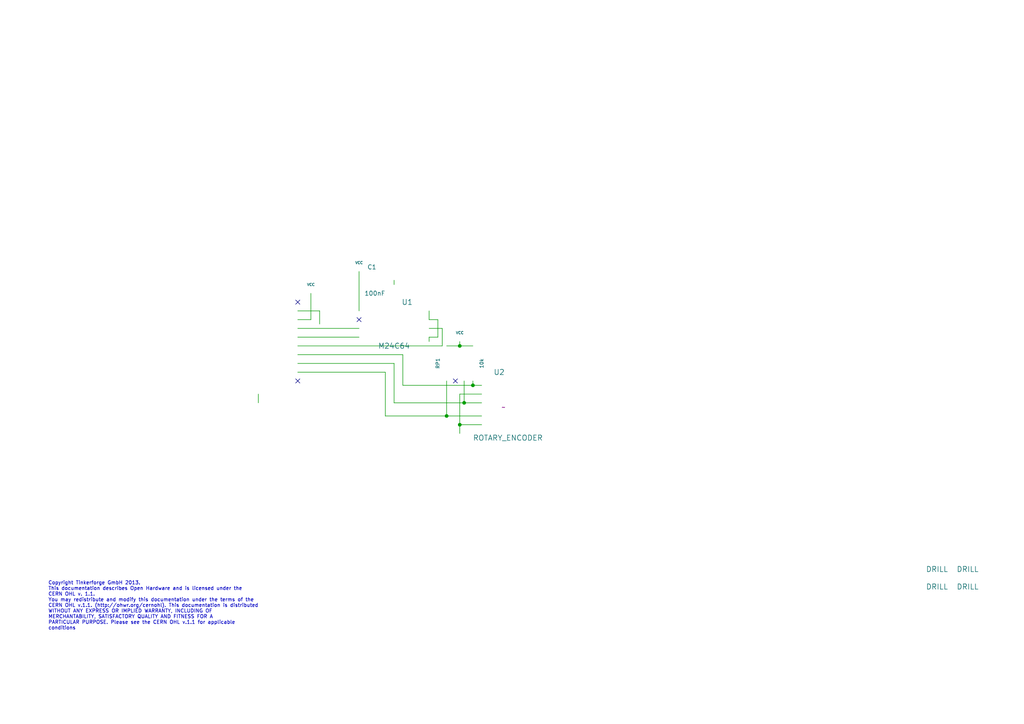
<source format=kicad_sch>
(kicad_sch (version 20230121) (generator eeschema)
  (paper "A4")
  (title_block (title "Rotary Encoder Bricklet") (date "6 aug 2013") (rev "1.0") (company "Tinkerforge GmbH") (comment 1 "Licensed under CERN OHL v.1.1") (comment 2 "Copyright (©) 2013, B.Nordmeyer <bastian@tinkerforge.com>"))
  (lib_symbols)
  (junction (at 129.54 120.65))
  (junction (at 137.16 111.76))
  (junction (at 133.35 123.19))
  (junction (at 133.35 100.33))
  (junction (at 134.62 116.84))
  (no_connect (at 86.36 87.63))
  (no_connect (at 104.14 92.71))
  (no_connect (at 86.36 110.49))
  (no_connect (at 132.08 110.49))
  (wire (pts (xy 133.35 100.33) (xy 133.35 99.06)))
  (wire (pts (xy 139.7 123.19) (xy 133.35 123.19)))
  (wire (pts (xy 124.46 92.71) (xy 124.46 90.17)))
  (wire (pts (xy 127 97.79) (xy 124.46 97.79)))
  (wire (pts (xy 116.84 111.76) (xy 137.16 111.76)))
  (wire (pts (xy 129.54 100.33) (xy 133.35 100.33)))
  (wire (pts (xy 114.3 105.41) (xy 86.36 105.41)))
  (wire (pts (xy 139.7 114.3) (xy 133.35 114.3)))
  (wire (pts (xy 111.76 120.65) (xy 129.54 120.65)))
  (wire (pts (xy 134.62 116.84) (xy 114.3 116.84)))
  (wire (pts (xy 86.36 100.33) (xy 128.27 100.33)))
  (wire (pts (xy 116.84 102.87) (xy 116.84 111.76)))
  (wire (pts (xy 104.14 95.25) (xy 86.36 95.25)))
  (wire (pts (xy 86.36 90.17) (xy 92.71 90.17)))
  (wire (pts (xy 86.36 102.87) (xy 116.84 102.87)))
  (wire (pts (xy 137.16 111.76) (xy 139.7 111.76)))
  (wire (pts (xy 133.35 123.19) (xy 133.35 125.73)))
  (wire (pts (xy 114.3 116.84) (xy 114.3 105.41)))
  (wire (pts (xy 133.35 114.3) (xy 133.35 123.19)))
  (wire (pts (xy 104.14 97.79) (xy 86.36 97.79)))
  (wire (pts (xy 90.17 92.71) (xy 86.36 92.71)))
  (wire (pts (xy 86.36 107.95) (xy 111.76 107.95)))
  (wire (pts (xy 114.3 81.28) (xy 114.3 82.55)))
  (wire (pts (xy 127 92.71) (xy 124.46 92.71)))
  (wire (pts (xy 74.93 116.84) (xy 74.93 114.3)))
  (wire (pts (xy 129.54 120.65) (xy 139.7 120.65)))
  (wire (pts (xy 104.14 78.74) (xy 104.14 90.17)))
  (wire (pts (xy 139.7 116.84) (xy 134.62 116.84)))
  (wire (pts (xy 134.62 110.49) (xy 134.62 116.84)))
  (wire (pts (xy 124.46 97.79) (xy 124.46 99.06)))
  (wire (pts (xy 128.27 100.33) (xy 128.27 95.25)))
  (wire (pts (xy 133.35 100.33) (xy 137.16 100.33)))
  (wire (pts (xy 127 97.79) (xy 127 92.71)))
  (wire (pts (xy 111.76 107.95) (xy 111.76 120.65)))
  (wire (pts (xy 92.71 90.17) (xy 92.71 93.98)))
  (wire (pts (xy 128.27 95.25) (xy 124.46 95.25)))
  (wire (pts (xy 90.17 85.09) (xy 90.17 92.71)))
  (wire (pts (xy 129.54 110.49) (xy 129.54 120.65)))
  (wire (pts (xy 137.16 110.49) (xy 137.16 111.76)))
  (text "Copyright Tinkerforge GmbH 2013.\nThis documentation describes Open Hardware and is licensed under the\nCERN OHL v. 1.1.\nYou may redistribute and modify this documentation under the terms of the\nCERN OHL v.1.1. (http://ohwr.org/cernohl). This documentation is distributed\nWITHOUT ANY EXPRESS OR IMPLIED WARRANTY, INCLUDING OF\nMERCHANTABILITY, SATISFACTORY QUALITY AND FITNESS FOR A\nPARTICULAR PURPOSE. Please see the CERN OHL v.1.1 for applicable\nconditions\n" (at 13.97 182.88 0) (effects (font (size 1.016 1.016)) (justify left bottom)))
  (symbol (lib_id "CON-SENSOR") (at 74.93 99.06 0) (mirror y) (unit 1)
    (property "Reference" "P1" (at 81.28 85.09 0) (effects (font (size 1.524 1.524))))
    (property "Value" "CON-SENSOR" (at 71.12 99.06 90) (effects (font (size 1.524 1.524))))
    (property "Footprint" "CON-SENSOR" (effects hide))
  )
  (symbol (lib_id "GND") (at 74.93 116.84 0) (unit 1)
    (property "Reference" "#PWR06" (effects hide))
    (property "Value" "GND" (effects hide))
  )
  (symbol (lib_id "GND") (at 92.71 93.98 0) (unit 1)
    (property "Reference" "#PWR05" (effects hide))
    (property "Value" "GND" (effects hide))
  )
  (symbol (lib_id "VCC") (at 90.17 85.09 0) (unit 1)
    (property "Reference" "#PWR04" (effects hide))
    (property "Value" "VCC" (at 90.17 82.55 0) (effects (font (size 0.762 0.762))))
  )
  (symbol (lib_id "CAT24C") (at 114.3 100.33 0) (mirror y) (unit 1)
    (property "Reference" "U1" (at 118.11 87.63 0) (effects (font (size 1.524 1.524))))
    (property "Value" "M24C64" (at 114.3 100.33 0) (effects (font (size 1.524 1.524))))
    (property "Footprint" "SOIC8" (effects hide))
  )
  (symbol (lib_id "C") (at 109.22 81.28 90) (unit 1)
    (property "Reference" "C1" (at 109.22 77.47 90) (effects (justify left)))
    (property "Value" "100nF" (at 111.76 85.09 90) (effects (justify left)))
    (property "Footprint" "0603" (effects hide))
  )
  (symbol (lib_id "DRILL") (at 280.67 165.1 0) (unit 1)
    (property "Reference" "U5" (effects hide))
    (property "Value" "DRILL" (at 280.67 165.1 0) (effects (font (size 1.524 1.524))))
    (property "Footprint" "DRILL_NP" (effects hide))
  )
  (symbol (lib_id "DRILL") (at 280.67 170.18 0) (unit 1)
    (property "Reference" "U6" (effects hide))
    (property "Value" "DRILL" (at 280.67 170.18 0) (effects (font (size 1.524 1.524))))
    (property "Footprint" "DRILL_NP" (effects hide))
  )
  (symbol (lib_id "DRILL") (at 271.78 170.18 0) (unit 1)
    (property "Reference" "U4" (effects hide))
    (property "Value" "DRILL" (at 271.78 170.18 0) (effects (font (size 1.524 1.524))))
    (property "Footprint" "DRILL_NP" (effects hide))
  )
  (symbol (lib_id "DRILL") (at 271.78 165.1 0) (unit 1)
    (property "Reference" "U3" (effects hide))
    (property "Value" "DRILL" (at 271.78 165.1 0) (effects (font (size 1.524 1.524))))
    (property "Footprint" "DRILL_NP" (effects hide))
  )
  (symbol (lib_id "GND") (at 124.46 99.06 0) (unit 1)
    (property "Reference" "#PWR03" (effects hide))
    (property "Value" "GND" (effects hide))
  )
  (symbol (lib_id "VCC") (at 104.14 78.74 0) (unit 1)
    (property "Reference" "#PWR02" (effects hide))
    (property "Value" "VCC" (at 104.14 76.2 0) (effects (font (size 0.762 0.762))))
  )
  (symbol (lib_id "GND") (at 114.3 82.55 0) (unit 1)
    (property "Reference" "#PWR01" (effects hide))
    (property "Value" "GND" (effects hide))
  )
  (symbol (lib_id "VCC") (at 133.35 99.06 0) (unit 1)
    (property "Reference" "#PWR07" (effects hide))
    (property "Value" "VCC" (at 133.35 96.52 0) (effects (font (size 0.762 0.762))))
  )
  (symbol (lib_id "ROTARY_ENCODER") (at 146.05 118.11 0) (unit 1)
    (property "Reference" "U2" (at 144.78 107.95 0) (effects (font (size 1.524 1.524))))
    (property "Value" "ROTARY_ENCODER" (at 147.32 127 0) (effects (font (size 1.524 1.524))))
    (property "Footprint" "ROTARY_ENCODER" (effects hide))
    (property "Datasheet" "~" (at 146.05 118.11 0) (effects (font (size 1.524 1.524))))
  )
  (symbol (lib_id "GND") (at 133.35 125.73 0) (unit 1)
    (property "Reference" "#PWR08" (effects hide))
    (property "Value" "GND" (effects hide))
  )
  (symbol (lib_id "R_PACK4") (at 138.43 105.41 90) (unit 1)
    (property "Reference" "RP1" (at 127 105.41 0) (effects (font (size 1.016 1.016))))
    (property "Value" "10k" (at 139.7 105.41 0) (effects (font (size 1.016 1.016))))
    (property "Footprint" "4X0603" (effects hide))
  )
)
</source>
